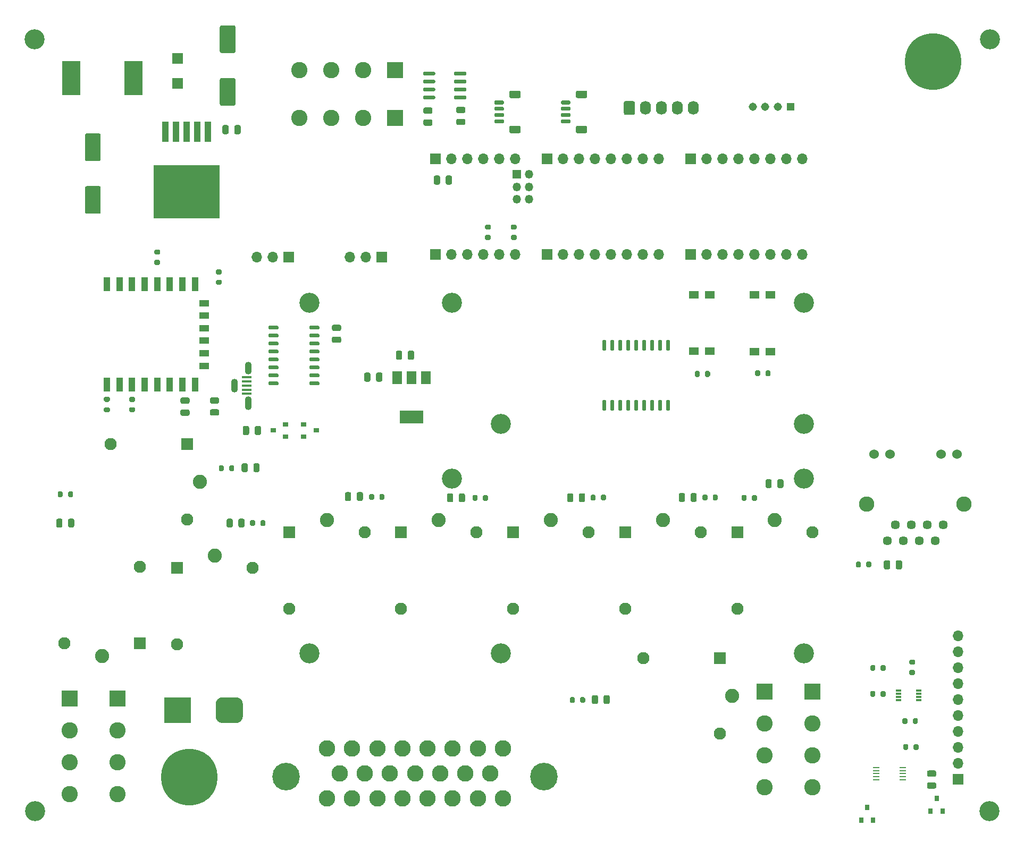
<source format=gbr>
%TF.GenerationSoftware,KiCad,Pcbnew,(5.1.10)-1*%
%TF.CreationDate,2022-12-31T06:25:54-06:00*%
%TF.ProjectId,RC11,52433131-2e6b-4696-9361-645f70636258,rev?*%
%TF.SameCoordinates,Original*%
%TF.FileFunction,Soldermask,Top*%
%TF.FilePolarity,Negative*%
%FSLAX46Y46*%
G04 Gerber Fmt 4.6, Leading zero omitted, Abs format (unit mm)*
G04 Created by KiCad (PCBNEW (5.1.10)-1) date 2022-12-31 06:25:54*
%MOMM*%
%LPD*%
G01*
G04 APERTURE LIST*
%ADD10C,2.445000*%
%ADD11C,1.530000*%
%ADD12C,1.446000*%
%ADD13C,3.200000*%
%ADD14C,2.600000*%
%ADD15R,2.600000X2.600000*%
%ADD16R,1.000000X2.200000*%
%ADD17R,1.500000X1.000000*%
%ADD18C,1.950000*%
%ADD19C,2.250000*%
%ADD20R,1.950000X1.950000*%
%ADD21O,1.100000X2.200000*%
%ADD22O,1.100000X2.000000*%
%ADD23R,1.500000X0.450000*%
%ADD24R,1.100000X0.250000*%
%ADD25O,1.740000X2.190000*%
%ADD26R,0.850000X0.300000*%
%ADD27R,0.800000X0.900000*%
%ADD28O,1.700000X1.700000*%
%ADD29R,1.700000X1.700000*%
%ADD30R,0.900000X0.800000*%
%ADD31C,9.000000*%
%ADD32R,4.300000X4.100000*%
%ADD33C,1.308000*%
%ADD34R,1.308000X1.308000*%
%ADD35R,1.500000X1.300000*%
%ADD36O,1.350000X1.350000*%
%ADD37R,1.350000X1.350000*%
%ADD38R,2.900000X5.400000*%
%ADD39R,10.530000X8.460000*%
%ADD40R,1.050000X3.210000*%
%ADD41R,1.500000X2.000000*%
%ADD42R,3.800000X2.000000*%
%ADD43R,1.800000X1.800000*%
%ADD44C,4.395000*%
%ADD45C,2.625000*%
G04 APERTURE END LIST*
%TO.C,R23*%
G36*
G01*
X27896000Y-105719200D02*
X27896000Y-106269200D01*
G75*
G02*
X27696000Y-106469200I-200000J0D01*
G01*
X27296000Y-106469200D01*
G75*
G02*
X27096000Y-106269200I0J200000D01*
G01*
X27096000Y-105719200D01*
G75*
G02*
X27296000Y-105519200I200000J0D01*
G01*
X27696000Y-105519200D01*
G75*
G02*
X27896000Y-105719200I0J-200000D01*
G01*
G37*
G36*
G01*
X29546000Y-105719200D02*
X29546000Y-106269200D01*
G75*
G02*
X29346000Y-106469200I-200000J0D01*
G01*
X28946000Y-106469200D01*
G75*
G02*
X28746000Y-106269200I0J200000D01*
G01*
X28746000Y-105719200D01*
G75*
G02*
X28946000Y-105519200I200000J0D01*
G01*
X29346000Y-105519200D01*
G75*
G02*
X29546000Y-105719200I0J-200000D01*
G01*
G37*
%TD*%
%TO.C,D13*%
G36*
G01*
X28747900Y-111047850D02*
X28747900Y-110135350D01*
G75*
G02*
X28991650Y-109891600I243750J0D01*
G01*
X29479150Y-109891600D01*
G75*
G02*
X29722900Y-110135350I0J-243750D01*
G01*
X29722900Y-111047850D01*
G75*
G02*
X29479150Y-111291600I-243750J0D01*
G01*
X28991650Y-111291600D01*
G75*
G02*
X28747900Y-111047850I0J243750D01*
G01*
G37*
G36*
G01*
X26872900Y-111047850D02*
X26872900Y-110135350D01*
G75*
G02*
X27116650Y-109891600I243750J0D01*
G01*
X27604150Y-109891600D01*
G75*
G02*
X27847900Y-110135350I0J-243750D01*
G01*
X27847900Y-111047850D01*
G75*
G02*
X27604150Y-111291600I-243750J0D01*
G01*
X27116650Y-111291600D01*
G75*
G02*
X26872900Y-111047850I0J243750D01*
G01*
G37*
%TD*%
D10*
%TO.C,J12*%
X155958000Y-107560800D03*
X171448000Y-107560800D03*
D11*
X157078000Y-99610800D03*
X159618000Y-99610800D03*
X167788000Y-99610800D03*
X170328000Y-99610800D03*
D12*
X159258000Y-113400800D03*
X160528000Y-110860800D03*
X161798000Y-113400800D03*
X163068000Y-110860800D03*
X164338000Y-113400800D03*
X165608000Y-110860800D03*
X166878000Y-113400800D03*
X168148000Y-110860800D03*
%TD*%
D13*
%TO.C,REF\u002A\u002A*%
X145887800Y-103485600D03*
X89887800Y-103485600D03*
X89887800Y-75485600D03*
X145887800Y-75485600D03*
X145887800Y-131365600D03*
X67147800Y-131365600D03*
X67147800Y-75485600D03*
X145887800Y-94785600D03*
X97627800Y-94785600D03*
X97627800Y-131365600D03*
%TD*%
D14*
%TO.C,KF3*%
X65557400Y-46000800D03*
X65557400Y-38380800D03*
X70637400Y-46000800D03*
X70637400Y-38380800D03*
X75717400Y-46000800D03*
X75717400Y-38380800D03*
D15*
X80797400Y-46000800D03*
X80797400Y-38380800D03*
%TD*%
%TO.C,J2*%
G36*
G01*
X109871599Y-47259600D02*
X111171601Y-47259600D01*
G75*
G02*
X111421600Y-47509599I0J-249999D01*
G01*
X111421600Y-48209601D01*
G75*
G02*
X111171601Y-48459600I-249999J0D01*
G01*
X109871599Y-48459600D01*
G75*
G02*
X109621600Y-48209601I0J249999D01*
G01*
X109621600Y-47509599D01*
G75*
G02*
X109871599Y-47259600I249999J0D01*
G01*
G37*
G36*
G01*
X109871599Y-41659600D02*
X111171601Y-41659600D01*
G75*
G02*
X111421600Y-41909599I0J-249999D01*
G01*
X111421600Y-42609601D01*
G75*
G02*
X111171601Y-42859600I-249999J0D01*
G01*
X109871599Y-42859600D01*
G75*
G02*
X109621600Y-42609601I0J249999D01*
G01*
X109621600Y-41909599D01*
G75*
G02*
X109871599Y-41659600I249999J0D01*
G01*
G37*
G36*
G01*
X107371600Y-46259600D02*
X108621600Y-46259600D01*
G75*
G02*
X108771600Y-46409600I0J-150000D01*
G01*
X108771600Y-46709600D01*
G75*
G02*
X108621600Y-46859600I-150000J0D01*
G01*
X107371600Y-46859600D01*
G75*
G02*
X107221600Y-46709600I0J150000D01*
G01*
X107221600Y-46409600D01*
G75*
G02*
X107371600Y-46259600I150000J0D01*
G01*
G37*
G36*
G01*
X107371600Y-45259600D02*
X108621600Y-45259600D01*
G75*
G02*
X108771600Y-45409600I0J-150000D01*
G01*
X108771600Y-45709600D01*
G75*
G02*
X108621600Y-45859600I-150000J0D01*
G01*
X107371600Y-45859600D01*
G75*
G02*
X107221600Y-45709600I0J150000D01*
G01*
X107221600Y-45409600D01*
G75*
G02*
X107371600Y-45259600I150000J0D01*
G01*
G37*
G36*
G01*
X107371600Y-44259600D02*
X108621600Y-44259600D01*
G75*
G02*
X108771600Y-44409600I0J-150000D01*
G01*
X108771600Y-44709600D01*
G75*
G02*
X108621600Y-44859600I-150000J0D01*
G01*
X107371600Y-44859600D01*
G75*
G02*
X107221600Y-44709600I0J150000D01*
G01*
X107221600Y-44409600D01*
G75*
G02*
X107371600Y-44259600I150000J0D01*
G01*
G37*
G36*
G01*
X107371600Y-43259600D02*
X108621600Y-43259600D01*
G75*
G02*
X108771600Y-43409600I0J-150000D01*
G01*
X108771600Y-43709600D01*
G75*
G02*
X108621600Y-43859600I-150000J0D01*
G01*
X107371600Y-43859600D01*
G75*
G02*
X107221600Y-43709600I0J150000D01*
G01*
X107221600Y-43409600D01*
G75*
G02*
X107371600Y-43259600I150000J0D01*
G01*
G37*
%TD*%
%TO.C,J3*%
G36*
G01*
X99269599Y-47259600D02*
X100569601Y-47259600D01*
G75*
G02*
X100819600Y-47509599I0J-249999D01*
G01*
X100819600Y-48209601D01*
G75*
G02*
X100569601Y-48459600I-249999J0D01*
G01*
X99269599Y-48459600D01*
G75*
G02*
X99019600Y-48209601I0J249999D01*
G01*
X99019600Y-47509599D01*
G75*
G02*
X99269599Y-47259600I249999J0D01*
G01*
G37*
G36*
G01*
X99269599Y-41659600D02*
X100569601Y-41659600D01*
G75*
G02*
X100819600Y-41909599I0J-249999D01*
G01*
X100819600Y-42609601D01*
G75*
G02*
X100569601Y-42859600I-249999J0D01*
G01*
X99269599Y-42859600D01*
G75*
G02*
X99019600Y-42609601I0J249999D01*
G01*
X99019600Y-41909599D01*
G75*
G02*
X99269599Y-41659600I249999J0D01*
G01*
G37*
G36*
G01*
X96769600Y-46259600D02*
X98019600Y-46259600D01*
G75*
G02*
X98169600Y-46409600I0J-150000D01*
G01*
X98169600Y-46709600D01*
G75*
G02*
X98019600Y-46859600I-150000J0D01*
G01*
X96769600Y-46859600D01*
G75*
G02*
X96619600Y-46709600I0J150000D01*
G01*
X96619600Y-46409600D01*
G75*
G02*
X96769600Y-46259600I150000J0D01*
G01*
G37*
G36*
G01*
X96769600Y-45259600D02*
X98019600Y-45259600D01*
G75*
G02*
X98169600Y-45409600I0J-150000D01*
G01*
X98169600Y-45709600D01*
G75*
G02*
X98019600Y-45859600I-150000J0D01*
G01*
X96769600Y-45859600D01*
G75*
G02*
X96619600Y-45709600I0J150000D01*
G01*
X96619600Y-45409600D01*
G75*
G02*
X96769600Y-45259600I150000J0D01*
G01*
G37*
G36*
G01*
X96769600Y-44259600D02*
X98019600Y-44259600D01*
G75*
G02*
X98169600Y-44409600I0J-150000D01*
G01*
X98169600Y-44709600D01*
G75*
G02*
X98019600Y-44859600I-150000J0D01*
G01*
X96769600Y-44859600D01*
G75*
G02*
X96619600Y-44709600I0J150000D01*
G01*
X96619600Y-44409600D01*
G75*
G02*
X96769600Y-44259600I150000J0D01*
G01*
G37*
G36*
G01*
X96769600Y-43259600D02*
X98019600Y-43259600D01*
G75*
G02*
X98169600Y-43409600I0J-150000D01*
G01*
X98169600Y-43709600D01*
G75*
G02*
X98019600Y-43859600I-150000J0D01*
G01*
X96769600Y-43859600D01*
G75*
G02*
X96619600Y-43709600I0J150000D01*
G01*
X96619600Y-43409600D01*
G75*
G02*
X96769600Y-43259600I150000J0D01*
G01*
G37*
%TD*%
%TO.C,C17*%
G36*
G01*
X85580200Y-46246200D02*
X86530200Y-46246200D01*
G75*
G02*
X86780200Y-46496200I0J-250000D01*
G01*
X86780200Y-46996200D01*
G75*
G02*
X86530200Y-47246200I-250000J0D01*
G01*
X85580200Y-47246200D01*
G75*
G02*
X85330200Y-46996200I0J250000D01*
G01*
X85330200Y-46496200D01*
G75*
G02*
X85580200Y-46246200I250000J0D01*
G01*
G37*
G36*
G01*
X85580200Y-44346200D02*
X86530200Y-44346200D01*
G75*
G02*
X86780200Y-44596200I0J-250000D01*
G01*
X86780200Y-45096200D01*
G75*
G02*
X86530200Y-45346200I-250000J0D01*
G01*
X85580200Y-45346200D01*
G75*
G02*
X85330200Y-45096200I0J250000D01*
G01*
X85330200Y-44596200D01*
G75*
G02*
X85580200Y-44346200I250000J0D01*
G01*
G37*
%TD*%
%TO.C,C16*%
G36*
G01*
X91762600Y-45244600D02*
X90812600Y-45244600D01*
G75*
G02*
X90562600Y-44994600I0J250000D01*
G01*
X90562600Y-44494600D01*
G75*
G02*
X90812600Y-44244600I250000J0D01*
G01*
X91762600Y-44244600D01*
G75*
G02*
X92012600Y-44494600I0J-250000D01*
G01*
X92012600Y-44994600D01*
G75*
G02*
X91762600Y-45244600I-250000J0D01*
G01*
G37*
G36*
G01*
X91762600Y-47144600D02*
X90812600Y-47144600D01*
G75*
G02*
X90562600Y-46894600I0J250000D01*
G01*
X90562600Y-46394600D01*
G75*
G02*
X90812600Y-46144600I250000J0D01*
G01*
X91762600Y-46144600D01*
G75*
G02*
X92012600Y-46394600I0J-250000D01*
G01*
X92012600Y-46894600D01*
G75*
G02*
X91762600Y-47144600I-250000J0D01*
G01*
G37*
%TD*%
%TO.C,U9*%
G36*
G01*
X87222200Y-42598200D02*
X87222200Y-42898200D01*
G75*
G02*
X87072200Y-43048200I-150000J0D01*
G01*
X85422200Y-43048200D01*
G75*
G02*
X85272200Y-42898200I0J150000D01*
G01*
X85272200Y-42598200D01*
G75*
G02*
X85422200Y-42448200I150000J0D01*
G01*
X87072200Y-42448200D01*
G75*
G02*
X87222200Y-42598200I0J-150000D01*
G01*
G37*
G36*
G01*
X87222200Y-41328200D02*
X87222200Y-41628200D01*
G75*
G02*
X87072200Y-41778200I-150000J0D01*
G01*
X85422200Y-41778200D01*
G75*
G02*
X85272200Y-41628200I0J150000D01*
G01*
X85272200Y-41328200D01*
G75*
G02*
X85422200Y-41178200I150000J0D01*
G01*
X87072200Y-41178200D01*
G75*
G02*
X87222200Y-41328200I0J-150000D01*
G01*
G37*
G36*
G01*
X87222200Y-40058200D02*
X87222200Y-40358200D01*
G75*
G02*
X87072200Y-40508200I-150000J0D01*
G01*
X85422200Y-40508200D01*
G75*
G02*
X85272200Y-40358200I0J150000D01*
G01*
X85272200Y-40058200D01*
G75*
G02*
X85422200Y-39908200I150000J0D01*
G01*
X87072200Y-39908200D01*
G75*
G02*
X87222200Y-40058200I0J-150000D01*
G01*
G37*
G36*
G01*
X87222200Y-38788200D02*
X87222200Y-39088200D01*
G75*
G02*
X87072200Y-39238200I-150000J0D01*
G01*
X85422200Y-39238200D01*
G75*
G02*
X85272200Y-39088200I0J150000D01*
G01*
X85272200Y-38788200D01*
G75*
G02*
X85422200Y-38638200I150000J0D01*
G01*
X87072200Y-38638200D01*
G75*
G02*
X87222200Y-38788200I0J-150000D01*
G01*
G37*
G36*
G01*
X92172200Y-38788200D02*
X92172200Y-39088200D01*
G75*
G02*
X92022200Y-39238200I-150000J0D01*
G01*
X90372200Y-39238200D01*
G75*
G02*
X90222200Y-39088200I0J150000D01*
G01*
X90222200Y-38788200D01*
G75*
G02*
X90372200Y-38638200I150000J0D01*
G01*
X92022200Y-38638200D01*
G75*
G02*
X92172200Y-38788200I0J-150000D01*
G01*
G37*
G36*
G01*
X92172200Y-40058200D02*
X92172200Y-40358200D01*
G75*
G02*
X92022200Y-40508200I-150000J0D01*
G01*
X90372200Y-40508200D01*
G75*
G02*
X90222200Y-40358200I0J150000D01*
G01*
X90222200Y-40058200D01*
G75*
G02*
X90372200Y-39908200I150000J0D01*
G01*
X92022200Y-39908200D01*
G75*
G02*
X92172200Y-40058200I0J-150000D01*
G01*
G37*
G36*
G01*
X92172200Y-41328200D02*
X92172200Y-41628200D01*
G75*
G02*
X92022200Y-41778200I-150000J0D01*
G01*
X90372200Y-41778200D01*
G75*
G02*
X90222200Y-41628200I0J150000D01*
G01*
X90222200Y-41328200D01*
G75*
G02*
X90372200Y-41178200I150000J0D01*
G01*
X92022200Y-41178200D01*
G75*
G02*
X92172200Y-41328200I0J-150000D01*
G01*
G37*
G36*
G01*
X92172200Y-42598200D02*
X92172200Y-42898200D01*
G75*
G02*
X92022200Y-43048200I-150000J0D01*
G01*
X90372200Y-43048200D01*
G75*
G02*
X90222200Y-42898200I0J150000D01*
G01*
X90222200Y-42598200D01*
G75*
G02*
X90372200Y-42448200I150000J0D01*
G01*
X92022200Y-42448200D01*
G75*
G02*
X92172200Y-42598200I0J-150000D01*
G01*
G37*
%TD*%
D16*
%TO.C,U4*%
X34944400Y-72519000D03*
X36944400Y-72519000D03*
X38944400Y-72519000D03*
X40944400Y-72519000D03*
X42944400Y-72519000D03*
X44944400Y-72519000D03*
X46944400Y-72519000D03*
X48944400Y-72519000D03*
X34944400Y-88519000D03*
X36944400Y-88519000D03*
X38944400Y-88519000D03*
X40944400Y-88519000D03*
X42944400Y-88519000D03*
X44944400Y-88519000D03*
X46944400Y-88519000D03*
X48944400Y-88519000D03*
D17*
X50444400Y-85519000D03*
X50444400Y-83519000D03*
X50444400Y-81519000D03*
X50444400Y-75519000D03*
X50444400Y-77519000D03*
X50444400Y-79519000D03*
%TD*%
D18*
%TO.C,RLY9*%
X40182800Y-117553400D03*
X28182800Y-129753400D03*
D19*
X34182800Y-131753400D03*
D20*
X40182800Y-129753400D03*
%TD*%
D21*
%TO.C,J9*%
X55279400Y-88671400D03*
X57429400Y-91471400D03*
D22*
X57429400Y-85871400D03*
D23*
X57179400Y-89971400D03*
X57179400Y-89321400D03*
X57179400Y-88671400D03*
X57179400Y-88021400D03*
X57179400Y-87371400D03*
%TD*%
D24*
%TO.C,U6*%
X161712800Y-149530600D03*
X161712800Y-150030600D03*
X161712800Y-150530600D03*
X161712800Y-151030600D03*
X161712800Y-151530600D03*
X157412800Y-151530600D03*
X157412800Y-151030600D03*
X157412800Y-150530600D03*
X157412800Y-150030600D03*
X157412800Y-149530600D03*
%TD*%
%TO.C,C11*%
G36*
G01*
X166743400Y-151020400D02*
X165793400Y-151020400D01*
G75*
G02*
X165543400Y-150770400I0J250000D01*
G01*
X165543400Y-150270400D01*
G75*
G02*
X165793400Y-150020400I250000J0D01*
G01*
X166743400Y-150020400D01*
G75*
G02*
X166993400Y-150270400I0J-250000D01*
G01*
X166993400Y-150770400D01*
G75*
G02*
X166743400Y-151020400I-250000J0D01*
G01*
G37*
G36*
G01*
X166743400Y-152920400D02*
X165793400Y-152920400D01*
G75*
G02*
X165543400Y-152670400I0J250000D01*
G01*
X165543400Y-152170400D01*
G75*
G02*
X165793400Y-151920400I250000J0D01*
G01*
X166743400Y-151920400D01*
G75*
G02*
X166993400Y-152170400I0J-250000D01*
G01*
X166993400Y-152670400D01*
G75*
G02*
X166743400Y-152920400I-250000J0D01*
G01*
G37*
%TD*%
D14*
%TO.C,KF2*%
X147321400Y-152689600D03*
X139701400Y-152689600D03*
X147321400Y-147609600D03*
X139701400Y-147609600D03*
X147321400Y-142529600D03*
X139701400Y-142529600D03*
D15*
X147321400Y-137449600D03*
X139701400Y-137449600D03*
%TD*%
D14*
%TO.C,KF1*%
X36602800Y-153832600D03*
X28982800Y-153832600D03*
X36602800Y-148752600D03*
X28982800Y-148752600D03*
X36602800Y-143672600D03*
X28982800Y-143672600D03*
D15*
X36602800Y-138592600D03*
X28982800Y-138592600D03*
%TD*%
D25*
%TO.C,J13*%
X128295400Y-44439800D03*
X125755400Y-44439800D03*
X123215400Y-44439800D03*
X120675400Y-44439800D03*
G36*
G01*
X117265400Y-45284801D02*
X117265400Y-43594799D01*
G75*
G02*
X117515399Y-43344800I249999J0D01*
G01*
X118755401Y-43344800D01*
G75*
G02*
X119005400Y-43594799I0J-249999D01*
G01*
X119005400Y-45284801D01*
G75*
G02*
X118755401Y-45534800I-249999J0D01*
G01*
X117515399Y-45534800D01*
G75*
G02*
X117265400Y-45284801I0J249999D01*
G01*
G37*
%TD*%
D26*
%TO.C,IC3*%
X161035800Y-137283800D03*
X161035800Y-137783800D03*
X161035800Y-138283800D03*
X161035800Y-138783800D03*
X164185800Y-138783800D03*
X164185800Y-138283800D03*
X164185800Y-137783800D03*
X164185800Y-137283800D03*
%TD*%
D27*
%TO.C,D12*%
X155981400Y-155931400D03*
X156931400Y-157931400D03*
X155031400Y-157931400D03*
%TD*%
%TO.C,R22*%
G36*
G01*
X157283600Y-137530200D02*
X157283600Y-138080200D01*
G75*
G02*
X157083600Y-138280200I-200000J0D01*
G01*
X156683600Y-138280200D01*
G75*
G02*
X156483600Y-138080200I0J200000D01*
G01*
X156483600Y-137530200D01*
G75*
G02*
X156683600Y-137330200I200000J0D01*
G01*
X157083600Y-137330200D01*
G75*
G02*
X157283600Y-137530200I0J-200000D01*
G01*
G37*
G36*
G01*
X158933600Y-137530200D02*
X158933600Y-138080200D01*
G75*
G02*
X158733600Y-138280200I-200000J0D01*
G01*
X158333600Y-138280200D01*
G75*
G02*
X158133600Y-138080200I0J200000D01*
G01*
X158133600Y-137530200D01*
G75*
G02*
X158333600Y-137330200I200000J0D01*
G01*
X158733600Y-137330200D01*
G75*
G02*
X158933600Y-137530200I0J-200000D01*
G01*
G37*
%TD*%
%TO.C,R21*%
G36*
G01*
X157309000Y-133390000D02*
X157309000Y-133940000D01*
G75*
G02*
X157109000Y-134140000I-200000J0D01*
G01*
X156709000Y-134140000D01*
G75*
G02*
X156509000Y-133940000I0J200000D01*
G01*
X156509000Y-133390000D01*
G75*
G02*
X156709000Y-133190000I200000J0D01*
G01*
X157109000Y-133190000D01*
G75*
G02*
X157309000Y-133390000I0J-200000D01*
G01*
G37*
G36*
G01*
X158959000Y-133390000D02*
X158959000Y-133940000D01*
G75*
G02*
X158759000Y-134140000I-200000J0D01*
G01*
X158359000Y-134140000D01*
G75*
G02*
X158159000Y-133940000I0J200000D01*
G01*
X158159000Y-133390000D01*
G75*
G02*
X158359000Y-133190000I200000J0D01*
G01*
X158759000Y-133190000D01*
G75*
G02*
X158959000Y-133390000I0J-200000D01*
G01*
G37*
%TD*%
%TO.C,R20*%
G36*
G01*
X162894600Y-134013800D02*
X163444600Y-134013800D01*
G75*
G02*
X163644600Y-134213800I0J-200000D01*
G01*
X163644600Y-134613800D01*
G75*
G02*
X163444600Y-134813800I-200000J0D01*
G01*
X162894600Y-134813800D01*
G75*
G02*
X162694600Y-134613800I0J200000D01*
G01*
X162694600Y-134213800D01*
G75*
G02*
X162894600Y-134013800I200000J0D01*
G01*
G37*
G36*
G01*
X162894600Y-132363800D02*
X163444600Y-132363800D01*
G75*
G02*
X163644600Y-132563800I0J-200000D01*
G01*
X163644600Y-132963800D01*
G75*
G02*
X163444600Y-133163800I-200000J0D01*
G01*
X162894600Y-133163800D01*
G75*
G02*
X162694600Y-132963800I0J200000D01*
G01*
X162694600Y-132563800D01*
G75*
G02*
X162894600Y-132363800I200000J0D01*
G01*
G37*
%TD*%
%TO.C,R19*%
G36*
G01*
X163264400Y-142423600D02*
X163264400Y-141873600D01*
G75*
G02*
X163464400Y-141673600I200000J0D01*
G01*
X163864400Y-141673600D01*
G75*
G02*
X164064400Y-141873600I0J-200000D01*
G01*
X164064400Y-142423600D01*
G75*
G02*
X163864400Y-142623600I-200000J0D01*
G01*
X163464400Y-142623600D01*
G75*
G02*
X163264400Y-142423600I0J200000D01*
G01*
G37*
G36*
G01*
X161614400Y-142423600D02*
X161614400Y-141873600D01*
G75*
G02*
X161814400Y-141673600I200000J0D01*
G01*
X162214400Y-141673600D01*
G75*
G02*
X162414400Y-141873600I0J-200000D01*
G01*
X162414400Y-142423600D01*
G75*
G02*
X162214400Y-142623600I-200000J0D01*
G01*
X161814400Y-142623600D01*
G75*
G02*
X161614400Y-142423600I0J200000D01*
G01*
G37*
%TD*%
%TO.C,R18*%
G36*
G01*
X163391400Y-146563800D02*
X163391400Y-146013800D01*
G75*
G02*
X163591400Y-145813800I200000J0D01*
G01*
X163991400Y-145813800D01*
G75*
G02*
X164191400Y-146013800I0J-200000D01*
G01*
X164191400Y-146563800D01*
G75*
G02*
X163991400Y-146763800I-200000J0D01*
G01*
X163591400Y-146763800D01*
G75*
G02*
X163391400Y-146563800I0J200000D01*
G01*
G37*
G36*
G01*
X161741400Y-146563800D02*
X161741400Y-146013800D01*
G75*
G02*
X161941400Y-145813800I200000J0D01*
G01*
X162341400Y-145813800D01*
G75*
G02*
X162541400Y-146013800I0J-200000D01*
G01*
X162541400Y-146563800D01*
G75*
G02*
X162341400Y-146763800I-200000J0D01*
G01*
X161941400Y-146763800D01*
G75*
G02*
X161741400Y-146563800I0J200000D01*
G01*
G37*
%TD*%
D28*
%TO.C,J19*%
X170510200Y-128534200D03*
X170510200Y-131074200D03*
X170510200Y-133614200D03*
X170510200Y-136154200D03*
X170510200Y-138694200D03*
X170510200Y-141234200D03*
X170510200Y-143774200D03*
X170510200Y-146314200D03*
X170510200Y-148854200D03*
D29*
X170510200Y-151394200D03*
%TD*%
D27*
%TO.C,D11*%
X167055800Y-154509000D03*
X168005800Y-156509000D03*
X166105800Y-156509000D03*
%TD*%
D28*
%TO.C,J18*%
X58801000Y-68158400D03*
X61341000Y-68158400D03*
D29*
X63881000Y-68158400D03*
%TD*%
D28*
%TO.C,J10*%
X73609200Y-68158400D03*
X76149200Y-68158400D03*
D29*
X78689200Y-68158400D03*
%TD*%
%TO.C,U8*%
G36*
G01*
X67159000Y-79575800D02*
X67159000Y-79275800D01*
G75*
G02*
X67309000Y-79125800I150000J0D01*
G01*
X68609000Y-79125800D01*
G75*
G02*
X68759000Y-79275800I0J-150000D01*
G01*
X68759000Y-79575800D01*
G75*
G02*
X68609000Y-79725800I-150000J0D01*
G01*
X67309000Y-79725800D01*
G75*
G02*
X67159000Y-79575800I0J150000D01*
G01*
G37*
G36*
G01*
X67159000Y-80845800D02*
X67159000Y-80545800D01*
G75*
G02*
X67309000Y-80395800I150000J0D01*
G01*
X68609000Y-80395800D01*
G75*
G02*
X68759000Y-80545800I0J-150000D01*
G01*
X68759000Y-80845800D01*
G75*
G02*
X68609000Y-80995800I-150000J0D01*
G01*
X67309000Y-80995800D01*
G75*
G02*
X67159000Y-80845800I0J150000D01*
G01*
G37*
G36*
G01*
X67159000Y-82115800D02*
X67159000Y-81815800D01*
G75*
G02*
X67309000Y-81665800I150000J0D01*
G01*
X68609000Y-81665800D01*
G75*
G02*
X68759000Y-81815800I0J-150000D01*
G01*
X68759000Y-82115800D01*
G75*
G02*
X68609000Y-82265800I-150000J0D01*
G01*
X67309000Y-82265800D01*
G75*
G02*
X67159000Y-82115800I0J150000D01*
G01*
G37*
G36*
G01*
X67159000Y-83385800D02*
X67159000Y-83085800D01*
G75*
G02*
X67309000Y-82935800I150000J0D01*
G01*
X68609000Y-82935800D01*
G75*
G02*
X68759000Y-83085800I0J-150000D01*
G01*
X68759000Y-83385800D01*
G75*
G02*
X68609000Y-83535800I-150000J0D01*
G01*
X67309000Y-83535800D01*
G75*
G02*
X67159000Y-83385800I0J150000D01*
G01*
G37*
G36*
G01*
X67159000Y-84655800D02*
X67159000Y-84355800D01*
G75*
G02*
X67309000Y-84205800I150000J0D01*
G01*
X68609000Y-84205800D01*
G75*
G02*
X68759000Y-84355800I0J-150000D01*
G01*
X68759000Y-84655800D01*
G75*
G02*
X68609000Y-84805800I-150000J0D01*
G01*
X67309000Y-84805800D01*
G75*
G02*
X67159000Y-84655800I0J150000D01*
G01*
G37*
G36*
G01*
X67159000Y-85925800D02*
X67159000Y-85625800D01*
G75*
G02*
X67309000Y-85475800I150000J0D01*
G01*
X68609000Y-85475800D01*
G75*
G02*
X68759000Y-85625800I0J-150000D01*
G01*
X68759000Y-85925800D01*
G75*
G02*
X68609000Y-86075800I-150000J0D01*
G01*
X67309000Y-86075800D01*
G75*
G02*
X67159000Y-85925800I0J150000D01*
G01*
G37*
G36*
G01*
X67159000Y-87195800D02*
X67159000Y-86895800D01*
G75*
G02*
X67309000Y-86745800I150000J0D01*
G01*
X68609000Y-86745800D01*
G75*
G02*
X68759000Y-86895800I0J-150000D01*
G01*
X68759000Y-87195800D01*
G75*
G02*
X68609000Y-87345800I-150000J0D01*
G01*
X67309000Y-87345800D01*
G75*
G02*
X67159000Y-87195800I0J150000D01*
G01*
G37*
G36*
G01*
X67159000Y-88465800D02*
X67159000Y-88165800D01*
G75*
G02*
X67309000Y-88015800I150000J0D01*
G01*
X68609000Y-88015800D01*
G75*
G02*
X68759000Y-88165800I0J-150000D01*
G01*
X68759000Y-88465800D01*
G75*
G02*
X68609000Y-88615800I-150000J0D01*
G01*
X67309000Y-88615800D01*
G75*
G02*
X67159000Y-88465800I0J150000D01*
G01*
G37*
G36*
G01*
X60659000Y-88465800D02*
X60659000Y-88165800D01*
G75*
G02*
X60809000Y-88015800I150000J0D01*
G01*
X62109000Y-88015800D01*
G75*
G02*
X62259000Y-88165800I0J-150000D01*
G01*
X62259000Y-88465800D01*
G75*
G02*
X62109000Y-88615800I-150000J0D01*
G01*
X60809000Y-88615800D01*
G75*
G02*
X60659000Y-88465800I0J150000D01*
G01*
G37*
G36*
G01*
X60659000Y-87195800D02*
X60659000Y-86895800D01*
G75*
G02*
X60809000Y-86745800I150000J0D01*
G01*
X62109000Y-86745800D01*
G75*
G02*
X62259000Y-86895800I0J-150000D01*
G01*
X62259000Y-87195800D01*
G75*
G02*
X62109000Y-87345800I-150000J0D01*
G01*
X60809000Y-87345800D01*
G75*
G02*
X60659000Y-87195800I0J150000D01*
G01*
G37*
G36*
G01*
X60659000Y-85925800D02*
X60659000Y-85625800D01*
G75*
G02*
X60809000Y-85475800I150000J0D01*
G01*
X62109000Y-85475800D01*
G75*
G02*
X62259000Y-85625800I0J-150000D01*
G01*
X62259000Y-85925800D01*
G75*
G02*
X62109000Y-86075800I-150000J0D01*
G01*
X60809000Y-86075800D01*
G75*
G02*
X60659000Y-85925800I0J150000D01*
G01*
G37*
G36*
G01*
X60659000Y-84655800D02*
X60659000Y-84355800D01*
G75*
G02*
X60809000Y-84205800I150000J0D01*
G01*
X62109000Y-84205800D01*
G75*
G02*
X62259000Y-84355800I0J-150000D01*
G01*
X62259000Y-84655800D01*
G75*
G02*
X62109000Y-84805800I-150000J0D01*
G01*
X60809000Y-84805800D01*
G75*
G02*
X60659000Y-84655800I0J150000D01*
G01*
G37*
G36*
G01*
X60659000Y-83385800D02*
X60659000Y-83085800D01*
G75*
G02*
X60809000Y-82935800I150000J0D01*
G01*
X62109000Y-82935800D01*
G75*
G02*
X62259000Y-83085800I0J-150000D01*
G01*
X62259000Y-83385800D01*
G75*
G02*
X62109000Y-83535800I-150000J0D01*
G01*
X60809000Y-83535800D01*
G75*
G02*
X60659000Y-83385800I0J150000D01*
G01*
G37*
G36*
G01*
X60659000Y-82115800D02*
X60659000Y-81815800D01*
G75*
G02*
X60809000Y-81665800I150000J0D01*
G01*
X62109000Y-81665800D01*
G75*
G02*
X62259000Y-81815800I0J-150000D01*
G01*
X62259000Y-82115800D01*
G75*
G02*
X62109000Y-82265800I-150000J0D01*
G01*
X60809000Y-82265800D01*
G75*
G02*
X60659000Y-82115800I0J150000D01*
G01*
G37*
G36*
G01*
X60659000Y-80845800D02*
X60659000Y-80545800D01*
G75*
G02*
X60809000Y-80395800I150000J0D01*
G01*
X62109000Y-80395800D01*
G75*
G02*
X62259000Y-80545800I0J-150000D01*
G01*
X62259000Y-80845800D01*
G75*
G02*
X62109000Y-80995800I-150000J0D01*
G01*
X60809000Y-80995800D01*
G75*
G02*
X60659000Y-80845800I0J150000D01*
G01*
G37*
G36*
G01*
X60659000Y-79575800D02*
X60659000Y-79275800D01*
G75*
G02*
X60809000Y-79125800I150000J0D01*
G01*
X62109000Y-79125800D01*
G75*
G02*
X62259000Y-79275800I0J-150000D01*
G01*
X62259000Y-79575800D01*
G75*
G02*
X62109000Y-79725800I-150000J0D01*
G01*
X60809000Y-79725800D01*
G75*
G02*
X60659000Y-79575800I0J150000D01*
G01*
G37*
%TD*%
%TO.C,R17*%
G36*
G01*
X53030800Y-70962200D02*
X52480800Y-70962200D01*
G75*
G02*
X52280800Y-70762200I0J200000D01*
G01*
X52280800Y-70362200D01*
G75*
G02*
X52480800Y-70162200I200000J0D01*
G01*
X53030800Y-70162200D01*
G75*
G02*
X53230800Y-70362200I0J-200000D01*
G01*
X53230800Y-70762200D01*
G75*
G02*
X53030800Y-70962200I-200000J0D01*
G01*
G37*
G36*
G01*
X53030800Y-72612200D02*
X52480800Y-72612200D01*
G75*
G02*
X52280800Y-72412200I0J200000D01*
G01*
X52280800Y-72012200D01*
G75*
G02*
X52480800Y-71812200I200000J0D01*
G01*
X53030800Y-71812200D01*
G75*
G02*
X53230800Y-72012200I0J-200000D01*
G01*
X53230800Y-72412200D01*
G75*
G02*
X53030800Y-72612200I-200000J0D01*
G01*
G37*
%TD*%
%TO.C,R16*%
G36*
G01*
X42676400Y-68649400D02*
X43226400Y-68649400D01*
G75*
G02*
X43426400Y-68849400I0J-200000D01*
G01*
X43426400Y-69249400D01*
G75*
G02*
X43226400Y-69449400I-200000J0D01*
G01*
X42676400Y-69449400D01*
G75*
G02*
X42476400Y-69249400I0J200000D01*
G01*
X42476400Y-68849400D01*
G75*
G02*
X42676400Y-68649400I200000J0D01*
G01*
G37*
G36*
G01*
X42676400Y-66999400D02*
X43226400Y-66999400D01*
G75*
G02*
X43426400Y-67199400I0J-200000D01*
G01*
X43426400Y-67599400D01*
G75*
G02*
X43226400Y-67799400I-200000J0D01*
G01*
X42676400Y-67799400D01*
G75*
G02*
X42476400Y-67599400I0J200000D01*
G01*
X42476400Y-67199400D01*
G75*
G02*
X42676400Y-66999400I200000J0D01*
G01*
G37*
%TD*%
%TO.C,R15*%
G36*
G01*
X38663200Y-92119000D02*
X39213200Y-92119000D01*
G75*
G02*
X39413200Y-92319000I0J-200000D01*
G01*
X39413200Y-92719000D01*
G75*
G02*
X39213200Y-92919000I-200000J0D01*
G01*
X38663200Y-92919000D01*
G75*
G02*
X38463200Y-92719000I0J200000D01*
G01*
X38463200Y-92319000D01*
G75*
G02*
X38663200Y-92119000I200000J0D01*
G01*
G37*
G36*
G01*
X38663200Y-90469000D02*
X39213200Y-90469000D01*
G75*
G02*
X39413200Y-90669000I0J-200000D01*
G01*
X39413200Y-91069000D01*
G75*
G02*
X39213200Y-91269000I-200000J0D01*
G01*
X38663200Y-91269000D01*
G75*
G02*
X38463200Y-91069000I0J200000D01*
G01*
X38463200Y-90669000D01*
G75*
G02*
X38663200Y-90469000I200000J0D01*
G01*
G37*
%TD*%
%TO.C,R14*%
G36*
G01*
X34650000Y-92119000D02*
X35200000Y-92119000D01*
G75*
G02*
X35400000Y-92319000I0J-200000D01*
G01*
X35400000Y-92719000D01*
G75*
G02*
X35200000Y-92919000I-200000J0D01*
G01*
X34650000Y-92919000D01*
G75*
G02*
X34450000Y-92719000I0J200000D01*
G01*
X34450000Y-92319000D01*
G75*
G02*
X34650000Y-92119000I200000J0D01*
G01*
G37*
G36*
G01*
X34650000Y-90469000D02*
X35200000Y-90469000D01*
G75*
G02*
X35400000Y-90669000I0J-200000D01*
G01*
X35400000Y-91069000D01*
G75*
G02*
X35200000Y-91269000I-200000J0D01*
G01*
X34650000Y-91269000D01*
G75*
G02*
X34450000Y-91069000I0J200000D01*
G01*
X34450000Y-90669000D01*
G75*
G02*
X34650000Y-90469000I200000J0D01*
G01*
G37*
%TD*%
D30*
%TO.C,Q2*%
X68274400Y-95834200D03*
X66274400Y-96784200D03*
X66274400Y-94884200D03*
%TD*%
%TO.C,Q1*%
X61397600Y-95834200D03*
X63397600Y-94884200D03*
X63397600Y-96784200D03*
%TD*%
%TO.C,C31*%
G36*
G01*
X57578800Y-95359200D02*
X57578800Y-96309200D01*
G75*
G02*
X57328800Y-96559200I-250000J0D01*
G01*
X56828800Y-96559200D01*
G75*
G02*
X56578800Y-96309200I0J250000D01*
G01*
X56578800Y-95359200D01*
G75*
G02*
X56828800Y-95109200I250000J0D01*
G01*
X57328800Y-95109200D01*
G75*
G02*
X57578800Y-95359200I0J-250000D01*
G01*
G37*
G36*
G01*
X59478800Y-95359200D02*
X59478800Y-96309200D01*
G75*
G02*
X59228800Y-96559200I-250000J0D01*
G01*
X58728800Y-96559200D01*
G75*
G02*
X58478800Y-96309200I0J250000D01*
G01*
X58478800Y-95359200D01*
G75*
G02*
X58728800Y-95109200I250000J0D01*
G01*
X59228800Y-95109200D01*
G75*
G02*
X59478800Y-95359200I0J-250000D01*
G01*
G37*
%TD*%
%TO.C,C30*%
G36*
G01*
X71026000Y-80866400D02*
X71976000Y-80866400D01*
G75*
G02*
X72226000Y-81116400I0J-250000D01*
G01*
X72226000Y-81616400D01*
G75*
G02*
X71976000Y-81866400I-250000J0D01*
G01*
X71026000Y-81866400D01*
G75*
G02*
X70776000Y-81616400I0J250000D01*
G01*
X70776000Y-81116400D01*
G75*
G02*
X71026000Y-80866400I250000J0D01*
G01*
G37*
G36*
G01*
X71026000Y-78966400D02*
X71976000Y-78966400D01*
G75*
G02*
X72226000Y-79216400I0J-250000D01*
G01*
X72226000Y-79716400D01*
G75*
G02*
X71976000Y-79966400I-250000J0D01*
G01*
X71026000Y-79966400D01*
G75*
G02*
X70776000Y-79716400I0J250000D01*
G01*
X70776000Y-79216400D01*
G75*
G02*
X71026000Y-78966400I250000J0D01*
G01*
G37*
%TD*%
%TO.C,C9*%
G36*
G01*
X46896000Y-92474200D02*
X47846000Y-92474200D01*
G75*
G02*
X48096000Y-92724200I0J-250000D01*
G01*
X48096000Y-93224200D01*
G75*
G02*
X47846000Y-93474200I-250000J0D01*
G01*
X46896000Y-93474200D01*
G75*
G02*
X46646000Y-93224200I0J250000D01*
G01*
X46646000Y-92724200D01*
G75*
G02*
X46896000Y-92474200I250000J0D01*
G01*
G37*
G36*
G01*
X46896000Y-90574200D02*
X47846000Y-90574200D01*
G75*
G02*
X48096000Y-90824200I0J-250000D01*
G01*
X48096000Y-91324200D01*
G75*
G02*
X47846000Y-91574200I-250000J0D01*
G01*
X46896000Y-91574200D01*
G75*
G02*
X46646000Y-91324200I0J250000D01*
G01*
X46646000Y-90824200D01*
G75*
G02*
X46896000Y-90574200I250000J0D01*
G01*
G37*
%TD*%
%TO.C,C7*%
G36*
G01*
X51595000Y-92448800D02*
X52545000Y-92448800D01*
G75*
G02*
X52795000Y-92698800I0J-250000D01*
G01*
X52795000Y-93198800D01*
G75*
G02*
X52545000Y-93448800I-250000J0D01*
G01*
X51595000Y-93448800D01*
G75*
G02*
X51345000Y-93198800I0J250000D01*
G01*
X51345000Y-92698800D01*
G75*
G02*
X51595000Y-92448800I250000J0D01*
G01*
G37*
G36*
G01*
X51595000Y-90548800D02*
X52545000Y-90548800D01*
G75*
G02*
X52795000Y-90798800I0J-250000D01*
G01*
X52795000Y-91298800D01*
G75*
G02*
X52545000Y-91548800I-250000J0D01*
G01*
X51595000Y-91548800D01*
G75*
G02*
X51345000Y-91298800I0J250000D01*
G01*
X51345000Y-90798800D01*
G75*
G02*
X51595000Y-90548800I250000J0D01*
G01*
G37*
%TD*%
%TO.C,C2*%
G36*
G01*
X76908200Y-86850200D02*
X76908200Y-87800200D01*
G75*
G02*
X76658200Y-88050200I-250000J0D01*
G01*
X76158200Y-88050200D01*
G75*
G02*
X75908200Y-87800200I0J250000D01*
G01*
X75908200Y-86850200D01*
G75*
G02*
X76158200Y-86600200I250000J0D01*
G01*
X76658200Y-86600200D01*
G75*
G02*
X76908200Y-86850200I0J-250000D01*
G01*
G37*
G36*
G01*
X78808200Y-86850200D02*
X78808200Y-87800200D01*
G75*
G02*
X78558200Y-88050200I-250000J0D01*
G01*
X78058200Y-88050200D01*
G75*
G02*
X77808200Y-87800200I0J250000D01*
G01*
X77808200Y-86850200D01*
G75*
G02*
X78058200Y-86600200I250000J0D01*
G01*
X78558200Y-86600200D01*
G75*
G02*
X78808200Y-86850200I0J-250000D01*
G01*
G37*
%TD*%
%TO.C,R13*%
G36*
G01*
X95330600Y-64661600D02*
X95880600Y-64661600D01*
G75*
G02*
X96080600Y-64861600I0J-200000D01*
G01*
X96080600Y-65261600D01*
G75*
G02*
X95880600Y-65461600I-200000J0D01*
G01*
X95330600Y-65461600D01*
G75*
G02*
X95130600Y-65261600I0J200000D01*
G01*
X95130600Y-64861600D01*
G75*
G02*
X95330600Y-64661600I200000J0D01*
G01*
G37*
G36*
G01*
X95330600Y-63011600D02*
X95880600Y-63011600D01*
G75*
G02*
X96080600Y-63211600I0J-200000D01*
G01*
X96080600Y-63611600D01*
G75*
G02*
X95880600Y-63811600I-200000J0D01*
G01*
X95330600Y-63811600D01*
G75*
G02*
X95130600Y-63611600I0J200000D01*
G01*
X95130600Y-63211600D01*
G75*
G02*
X95330600Y-63011600I200000J0D01*
G01*
G37*
%TD*%
%TO.C,R12*%
G36*
G01*
X99445400Y-64661600D02*
X99995400Y-64661600D01*
G75*
G02*
X100195400Y-64861600I0J-200000D01*
G01*
X100195400Y-65261600D01*
G75*
G02*
X99995400Y-65461600I-200000J0D01*
G01*
X99445400Y-65461600D01*
G75*
G02*
X99245400Y-65261600I0J200000D01*
G01*
X99245400Y-64861600D01*
G75*
G02*
X99445400Y-64661600I200000J0D01*
G01*
G37*
G36*
G01*
X99445400Y-63011600D02*
X99995400Y-63011600D01*
G75*
G02*
X100195400Y-63211600I0J-200000D01*
G01*
X100195400Y-63611600D01*
G75*
G02*
X99995400Y-63811600I-200000J0D01*
G01*
X99445400Y-63811600D01*
G75*
G02*
X99245400Y-63611600I0J200000D01*
G01*
X99245400Y-63211600D01*
G75*
G02*
X99445400Y-63011600I200000J0D01*
G01*
G37*
%TD*%
%TO.C,R11*%
G36*
G01*
X155012800Y-116920600D02*
X155012800Y-117470600D01*
G75*
G02*
X154812800Y-117670600I-200000J0D01*
G01*
X154412800Y-117670600D01*
G75*
G02*
X154212800Y-117470600I0J200000D01*
G01*
X154212800Y-116920600D01*
G75*
G02*
X154412800Y-116720600I200000J0D01*
G01*
X154812800Y-116720600D01*
G75*
G02*
X155012800Y-116920600I0J-200000D01*
G01*
G37*
G36*
G01*
X156662800Y-116920600D02*
X156662800Y-117470600D01*
G75*
G02*
X156462800Y-117670600I-200000J0D01*
G01*
X156062800Y-117670600D01*
G75*
G02*
X155862800Y-117470600I0J200000D01*
G01*
X155862800Y-116920600D01*
G75*
G02*
X156062800Y-116720600I200000J0D01*
G01*
X156462800Y-116720600D01*
G75*
G02*
X156662800Y-116920600I0J-200000D01*
G01*
G37*
%TD*%
%TO.C,R2*%
G36*
G01*
X139812600Y-87000800D02*
X139812600Y-86450800D01*
G75*
G02*
X140012600Y-86250800I200000J0D01*
G01*
X140412600Y-86250800D01*
G75*
G02*
X140612600Y-86450800I0J-200000D01*
G01*
X140612600Y-87000800D01*
G75*
G02*
X140412600Y-87200800I-200000J0D01*
G01*
X140012600Y-87200800D01*
G75*
G02*
X139812600Y-87000800I0J200000D01*
G01*
G37*
G36*
G01*
X138162600Y-87000800D02*
X138162600Y-86450800D01*
G75*
G02*
X138362600Y-86250800I200000J0D01*
G01*
X138762600Y-86250800D01*
G75*
G02*
X138962600Y-86450800I0J-200000D01*
G01*
X138962600Y-87000800D01*
G75*
G02*
X138762600Y-87200800I-200000J0D01*
G01*
X138362600Y-87200800D01*
G75*
G02*
X138162600Y-87000800I0J200000D01*
G01*
G37*
%TD*%
%TO.C,R1*%
G36*
G01*
X130186000Y-87102400D02*
X130186000Y-86552400D01*
G75*
G02*
X130386000Y-86352400I200000J0D01*
G01*
X130786000Y-86352400D01*
G75*
G02*
X130986000Y-86552400I0J-200000D01*
G01*
X130986000Y-87102400D01*
G75*
G02*
X130786000Y-87302400I-200000J0D01*
G01*
X130386000Y-87302400D01*
G75*
G02*
X130186000Y-87102400I0J200000D01*
G01*
G37*
G36*
G01*
X128536000Y-87102400D02*
X128536000Y-86552400D01*
G75*
G02*
X128736000Y-86352400I200000J0D01*
G01*
X129136000Y-86352400D01*
G75*
G02*
X129336000Y-86552400I0J-200000D01*
G01*
X129336000Y-87102400D01*
G75*
G02*
X129136000Y-87302400I-200000J0D01*
G01*
X128736000Y-87302400D01*
G75*
G02*
X128536000Y-87102400I0J200000D01*
G01*
G37*
%TD*%
%TO.C,R10*%
G36*
G01*
X110292200Y-139070800D02*
X110292200Y-138520800D01*
G75*
G02*
X110492200Y-138320800I200000J0D01*
G01*
X110892200Y-138320800D01*
G75*
G02*
X111092200Y-138520800I0J-200000D01*
G01*
X111092200Y-139070800D01*
G75*
G02*
X110892200Y-139270800I-200000J0D01*
G01*
X110492200Y-139270800D01*
G75*
G02*
X110292200Y-139070800I0J200000D01*
G01*
G37*
G36*
G01*
X108642200Y-139070800D02*
X108642200Y-138520800D01*
G75*
G02*
X108842200Y-138320800I200000J0D01*
G01*
X109242200Y-138320800D01*
G75*
G02*
X109442200Y-138520800I0J-200000D01*
G01*
X109442200Y-139070800D01*
G75*
G02*
X109242200Y-139270800I-200000J0D01*
G01*
X108842200Y-139270800D01*
G75*
G02*
X108642200Y-139070800I0J200000D01*
G01*
G37*
%TD*%
%TO.C,R9*%
G36*
G01*
X137661200Y-106843800D02*
X137661200Y-106293800D01*
G75*
G02*
X137861200Y-106093800I200000J0D01*
G01*
X138261200Y-106093800D01*
G75*
G02*
X138461200Y-106293800I0J-200000D01*
G01*
X138461200Y-106843800D01*
G75*
G02*
X138261200Y-107043800I-200000J0D01*
G01*
X137861200Y-107043800D01*
G75*
G02*
X137661200Y-106843800I0J200000D01*
G01*
G37*
G36*
G01*
X136011200Y-106843800D02*
X136011200Y-106293800D01*
G75*
G02*
X136211200Y-106093800I200000J0D01*
G01*
X136611200Y-106093800D01*
G75*
G02*
X136811200Y-106293800I0J-200000D01*
G01*
X136811200Y-106843800D01*
G75*
G02*
X136611200Y-107043800I-200000J0D01*
G01*
X136211200Y-107043800D01*
G75*
G02*
X136011200Y-106843800I0J200000D01*
G01*
G37*
%TD*%
%TO.C,R8*%
G36*
G01*
X130562800Y-106237400D02*
X130562800Y-106787400D01*
G75*
G02*
X130362800Y-106987400I-200000J0D01*
G01*
X129962800Y-106987400D01*
G75*
G02*
X129762800Y-106787400I0J200000D01*
G01*
X129762800Y-106237400D01*
G75*
G02*
X129962800Y-106037400I200000J0D01*
G01*
X130362800Y-106037400D01*
G75*
G02*
X130562800Y-106237400I0J-200000D01*
G01*
G37*
G36*
G01*
X132212800Y-106237400D02*
X132212800Y-106787400D01*
G75*
G02*
X132012800Y-106987400I-200000J0D01*
G01*
X131612800Y-106987400D01*
G75*
G02*
X131412800Y-106787400I0J200000D01*
G01*
X131412800Y-106237400D01*
G75*
G02*
X131612800Y-106037400I200000J0D01*
G01*
X132012800Y-106037400D01*
G75*
G02*
X132212800Y-106237400I0J-200000D01*
G01*
G37*
%TD*%
%TO.C,R7*%
G36*
G01*
X112757400Y-106262800D02*
X112757400Y-106812800D01*
G75*
G02*
X112557400Y-107012800I-200000J0D01*
G01*
X112157400Y-107012800D01*
G75*
G02*
X111957400Y-106812800I0J200000D01*
G01*
X111957400Y-106262800D01*
G75*
G02*
X112157400Y-106062800I200000J0D01*
G01*
X112557400Y-106062800D01*
G75*
G02*
X112757400Y-106262800I0J-200000D01*
G01*
G37*
G36*
G01*
X114407400Y-106262800D02*
X114407400Y-106812800D01*
G75*
G02*
X114207400Y-107012800I-200000J0D01*
G01*
X113807400Y-107012800D01*
G75*
G02*
X113607400Y-106812800I0J200000D01*
G01*
X113607400Y-106262800D01*
G75*
G02*
X113807400Y-106062800I200000J0D01*
G01*
X114207400Y-106062800D01*
G75*
G02*
X114407400Y-106262800I0J-200000D01*
G01*
G37*
%TD*%
%TO.C,R6*%
G36*
G01*
X93961400Y-106288200D02*
X93961400Y-106838200D01*
G75*
G02*
X93761400Y-107038200I-200000J0D01*
G01*
X93361400Y-107038200D01*
G75*
G02*
X93161400Y-106838200I0J200000D01*
G01*
X93161400Y-106288200D01*
G75*
G02*
X93361400Y-106088200I200000J0D01*
G01*
X93761400Y-106088200D01*
G75*
G02*
X93961400Y-106288200I0J-200000D01*
G01*
G37*
G36*
G01*
X95611400Y-106288200D02*
X95611400Y-106838200D01*
G75*
G02*
X95411400Y-107038200I-200000J0D01*
G01*
X95011400Y-107038200D01*
G75*
G02*
X94811400Y-106838200I0J200000D01*
G01*
X94811400Y-106288200D01*
G75*
G02*
X95011400Y-106088200I200000J0D01*
G01*
X95411400Y-106088200D01*
G75*
G02*
X95611400Y-106288200I0J-200000D01*
G01*
G37*
%TD*%
%TO.C,R5*%
G36*
G01*
X77476800Y-106135800D02*
X77476800Y-106685800D01*
G75*
G02*
X77276800Y-106885800I-200000J0D01*
G01*
X76876800Y-106885800D01*
G75*
G02*
X76676800Y-106685800I0J200000D01*
G01*
X76676800Y-106135800D01*
G75*
G02*
X76876800Y-105935800I200000J0D01*
G01*
X77276800Y-105935800D01*
G75*
G02*
X77476800Y-106135800I0J-200000D01*
G01*
G37*
G36*
G01*
X79126800Y-106135800D02*
X79126800Y-106685800D01*
G75*
G02*
X78926800Y-106885800I-200000J0D01*
G01*
X78526800Y-106885800D01*
G75*
G02*
X78326800Y-106685800I0J200000D01*
G01*
X78326800Y-106135800D01*
G75*
G02*
X78526800Y-105935800I200000J0D01*
G01*
X78926800Y-105935800D01*
G75*
G02*
X79126800Y-106135800I0J-200000D01*
G01*
G37*
%TD*%
%TO.C,R4*%
G36*
G01*
X58528400Y-110301400D02*
X58528400Y-110851400D01*
G75*
G02*
X58328400Y-111051400I-200000J0D01*
G01*
X57928400Y-111051400D01*
G75*
G02*
X57728400Y-110851400I0J200000D01*
G01*
X57728400Y-110301400D01*
G75*
G02*
X57928400Y-110101400I200000J0D01*
G01*
X58328400Y-110101400D01*
G75*
G02*
X58528400Y-110301400I0J-200000D01*
G01*
G37*
G36*
G01*
X60178400Y-110301400D02*
X60178400Y-110851400D01*
G75*
G02*
X59978400Y-111051400I-200000J0D01*
G01*
X59578400Y-111051400D01*
G75*
G02*
X59378400Y-110851400I0J200000D01*
G01*
X59378400Y-110301400D01*
G75*
G02*
X59578400Y-110101400I200000J0D01*
G01*
X59978400Y-110101400D01*
G75*
G02*
X60178400Y-110301400I0J-200000D01*
G01*
G37*
%TD*%
%TO.C,R3*%
G36*
G01*
X54400000Y-102139200D02*
X54400000Y-101589200D01*
G75*
G02*
X54600000Y-101389200I200000J0D01*
G01*
X55000000Y-101389200D01*
G75*
G02*
X55200000Y-101589200I0J-200000D01*
G01*
X55200000Y-102139200D01*
G75*
G02*
X55000000Y-102339200I-200000J0D01*
G01*
X54600000Y-102339200D01*
G75*
G02*
X54400000Y-102139200I0J200000D01*
G01*
G37*
G36*
G01*
X52750000Y-102139200D02*
X52750000Y-101589200D01*
G75*
G02*
X52950000Y-101389200I200000J0D01*
G01*
X53350000Y-101389200D01*
G75*
G02*
X53550000Y-101589200I0J-200000D01*
G01*
X53550000Y-102139200D01*
G75*
G02*
X53350000Y-102339200I-200000J0D01*
G01*
X52950000Y-102339200D01*
G75*
G02*
X52750000Y-102139200I0J200000D01*
G01*
G37*
%TD*%
%TO.C,D10*%
G36*
G01*
X113138800Y-138263350D02*
X113138800Y-139175850D01*
G75*
G02*
X112895050Y-139419600I-243750J0D01*
G01*
X112407550Y-139419600D01*
G75*
G02*
X112163800Y-139175850I0J243750D01*
G01*
X112163800Y-138263350D01*
G75*
G02*
X112407550Y-138019600I243750J0D01*
G01*
X112895050Y-138019600D01*
G75*
G02*
X113138800Y-138263350I0J-243750D01*
G01*
G37*
G36*
G01*
X115013800Y-138263350D02*
X115013800Y-139175850D01*
G75*
G02*
X114770050Y-139419600I-243750J0D01*
G01*
X114282550Y-139419600D01*
G75*
G02*
X114038800Y-139175850I0J243750D01*
G01*
X114038800Y-138263350D01*
G75*
G02*
X114282550Y-138019600I243750J0D01*
G01*
X114770050Y-138019600D01*
G75*
G02*
X115013800Y-138263350I0J-243750D01*
G01*
G37*
%TD*%
%TO.C,D9*%
G36*
G01*
X141699400Y-104758850D02*
X141699400Y-103846350D01*
G75*
G02*
X141943150Y-103602600I243750J0D01*
G01*
X142430650Y-103602600D01*
G75*
G02*
X142674400Y-103846350I0J-243750D01*
G01*
X142674400Y-104758850D01*
G75*
G02*
X142430650Y-105002600I-243750J0D01*
G01*
X141943150Y-105002600D01*
G75*
G02*
X141699400Y-104758850I0J243750D01*
G01*
G37*
G36*
G01*
X139824400Y-104758850D02*
X139824400Y-103846350D01*
G75*
G02*
X140068150Y-103602600I243750J0D01*
G01*
X140555650Y-103602600D01*
G75*
G02*
X140799400Y-103846350I0J-243750D01*
G01*
X140799400Y-104758850D01*
G75*
G02*
X140555650Y-105002600I-243750J0D01*
G01*
X140068150Y-105002600D01*
G75*
G02*
X139824400Y-104758850I0J243750D01*
G01*
G37*
%TD*%
%TO.C,D8*%
G36*
G01*
X127881800Y-106968650D02*
X127881800Y-106056150D01*
G75*
G02*
X128125550Y-105812400I243750J0D01*
G01*
X128613050Y-105812400D01*
G75*
G02*
X128856800Y-106056150I0J-243750D01*
G01*
X128856800Y-106968650D01*
G75*
G02*
X128613050Y-107212400I-243750J0D01*
G01*
X128125550Y-107212400D01*
G75*
G02*
X127881800Y-106968650I0J243750D01*
G01*
G37*
G36*
G01*
X126006800Y-106968650D02*
X126006800Y-106056150D01*
G75*
G02*
X126250550Y-105812400I243750J0D01*
G01*
X126738050Y-105812400D01*
G75*
G02*
X126981800Y-106056150I0J-243750D01*
G01*
X126981800Y-106968650D01*
G75*
G02*
X126738050Y-107212400I-243750J0D01*
G01*
X126250550Y-107212400D01*
G75*
G02*
X126006800Y-106968650I0J243750D01*
G01*
G37*
%TD*%
%TO.C,D7*%
G36*
G01*
X110101800Y-106994050D02*
X110101800Y-106081550D01*
G75*
G02*
X110345550Y-105837800I243750J0D01*
G01*
X110833050Y-105837800D01*
G75*
G02*
X111076800Y-106081550I0J-243750D01*
G01*
X111076800Y-106994050D01*
G75*
G02*
X110833050Y-107237800I-243750J0D01*
G01*
X110345550Y-107237800D01*
G75*
G02*
X110101800Y-106994050I0J243750D01*
G01*
G37*
G36*
G01*
X108226800Y-106994050D02*
X108226800Y-106081550D01*
G75*
G02*
X108470550Y-105837800I243750J0D01*
G01*
X108958050Y-105837800D01*
G75*
G02*
X109201800Y-106081550I0J-243750D01*
G01*
X109201800Y-106994050D01*
G75*
G02*
X108958050Y-107237800I-243750J0D01*
G01*
X108470550Y-107237800D01*
G75*
G02*
X108226800Y-106994050I0J243750D01*
G01*
G37*
%TD*%
%TO.C,D6*%
G36*
G01*
X90975600Y-107019450D02*
X90975600Y-106106950D01*
G75*
G02*
X91219350Y-105863200I243750J0D01*
G01*
X91706850Y-105863200D01*
G75*
G02*
X91950600Y-106106950I0J-243750D01*
G01*
X91950600Y-107019450D01*
G75*
G02*
X91706850Y-107263200I-243750J0D01*
G01*
X91219350Y-107263200D01*
G75*
G02*
X90975600Y-107019450I0J243750D01*
G01*
G37*
G36*
G01*
X89100600Y-107019450D02*
X89100600Y-106106950D01*
G75*
G02*
X89344350Y-105863200I243750J0D01*
G01*
X89831850Y-105863200D01*
G75*
G02*
X90075600Y-106106950I0J-243750D01*
G01*
X90075600Y-107019450D01*
G75*
G02*
X89831850Y-107263200I-243750J0D01*
G01*
X89344350Y-107263200D01*
G75*
G02*
X89100600Y-107019450I0J243750D01*
G01*
G37*
%TD*%
%TO.C,D5*%
G36*
G01*
X74719600Y-106816250D02*
X74719600Y-105903750D01*
G75*
G02*
X74963350Y-105660000I243750J0D01*
G01*
X75450850Y-105660000D01*
G75*
G02*
X75694600Y-105903750I0J-243750D01*
G01*
X75694600Y-106816250D01*
G75*
G02*
X75450850Y-107060000I-243750J0D01*
G01*
X74963350Y-107060000D01*
G75*
G02*
X74719600Y-106816250I0J243750D01*
G01*
G37*
G36*
G01*
X72844600Y-106816250D02*
X72844600Y-105903750D01*
G75*
G02*
X73088350Y-105660000I243750J0D01*
G01*
X73575850Y-105660000D01*
G75*
G02*
X73819600Y-105903750I0J-243750D01*
G01*
X73819600Y-106816250D01*
G75*
G02*
X73575850Y-107060000I-243750J0D01*
G01*
X73088350Y-107060000D01*
G75*
G02*
X72844600Y-106816250I0J243750D01*
G01*
G37*
%TD*%
%TO.C,D4*%
G36*
G01*
X55872800Y-111032650D02*
X55872800Y-110120150D01*
G75*
G02*
X56116550Y-109876400I243750J0D01*
G01*
X56604050Y-109876400D01*
G75*
G02*
X56847800Y-110120150I0J-243750D01*
G01*
X56847800Y-111032650D01*
G75*
G02*
X56604050Y-111276400I-243750J0D01*
G01*
X56116550Y-111276400D01*
G75*
G02*
X55872800Y-111032650I0J243750D01*
G01*
G37*
G36*
G01*
X53997800Y-111032650D02*
X53997800Y-110120150D01*
G75*
G02*
X54241550Y-109876400I243750J0D01*
G01*
X54729050Y-109876400D01*
G75*
G02*
X54972800Y-110120150I0J-243750D01*
G01*
X54972800Y-111032650D01*
G75*
G02*
X54729050Y-111276400I-243750J0D01*
G01*
X54241550Y-111276400D01*
G75*
G02*
X53997800Y-111032650I0J243750D01*
G01*
G37*
%TD*%
%TO.C,D3*%
G36*
G01*
X57360400Y-101306350D02*
X57360400Y-102218850D01*
G75*
G02*
X57116650Y-102462600I-243750J0D01*
G01*
X56629150Y-102462600D01*
G75*
G02*
X56385400Y-102218850I0J243750D01*
G01*
X56385400Y-101306350D01*
G75*
G02*
X56629150Y-101062600I243750J0D01*
G01*
X57116650Y-101062600D01*
G75*
G02*
X57360400Y-101306350I0J-243750D01*
G01*
G37*
G36*
G01*
X59235400Y-101306350D02*
X59235400Y-102218850D01*
G75*
G02*
X58991650Y-102462600I-243750J0D01*
G01*
X58504150Y-102462600D01*
G75*
G02*
X58260400Y-102218850I0J243750D01*
G01*
X58260400Y-101306350D01*
G75*
G02*
X58504150Y-101062600I243750J0D01*
G01*
X58991650Y-101062600D01*
G75*
G02*
X59235400Y-101306350I0J-243750D01*
G01*
G37*
%TD*%
D18*
%TO.C,RLY3*%
X63948732Y-124280600D03*
X75948732Y-112080600D03*
D19*
X69948732Y-110080600D03*
D20*
X63948732Y-112080600D03*
%TD*%
D31*
%TO.C,J17*%
X48082200Y-151104600D03*
%TD*%
%TO.C,J14*%
X166471600Y-37033200D03*
%TD*%
D32*
%TO.C,D1*%
X46217400Y-140411200D03*
G36*
G01*
X53292400Y-138361200D02*
X55542400Y-138361200D01*
G75*
G02*
X56567400Y-139386200I0J-1025000D01*
G01*
X56567400Y-141436200D01*
G75*
G02*
X55542400Y-142461200I-1025000J0D01*
G01*
X53292400Y-142461200D01*
G75*
G02*
X52267400Y-141436200I0J1025000D01*
G01*
X52267400Y-139386200D01*
G75*
G02*
X53292400Y-138361200I1025000J0D01*
G01*
G37*
%TD*%
D33*
%TO.C,J21*%
X137766800Y-44219800D03*
X139766800Y-44219800D03*
X141766800Y-44219800D03*
D34*
X143766800Y-44219800D03*
%TD*%
D35*
%TO.C,U2*%
X138041400Y-83224800D03*
X140581400Y-83224800D03*
X140581400Y-74224800D03*
X138041400Y-74224800D03*
%TD*%
%TO.C,U1*%
X128389400Y-83199400D03*
X130929400Y-83199400D03*
X130929400Y-74199400D03*
X128389400Y-74199400D03*
%TD*%
D28*
%TO.C,J16*%
X122783600Y-52562800D03*
X120243600Y-52562800D03*
X117703600Y-52562800D03*
X115163600Y-52562800D03*
X112623600Y-52562800D03*
X110083600Y-52562800D03*
X107543600Y-52562800D03*
D29*
X105003600Y-52562800D03*
%TD*%
D28*
%TO.C,J15*%
X99923600Y-52562800D03*
X97383600Y-52562800D03*
X94843600Y-52562800D03*
X92303600Y-52562800D03*
X89763600Y-52562800D03*
D29*
X87223600Y-52562800D03*
%TD*%
D28*
%TO.C,J6*%
X122783600Y-67802800D03*
X120243600Y-67802800D03*
X117703600Y-67802800D03*
X115163600Y-67802800D03*
X112623600Y-67802800D03*
X110083600Y-67802800D03*
X107543600Y-67802800D03*
D29*
X105003600Y-67802800D03*
%TD*%
D28*
%TO.C,J4*%
X99923600Y-67802800D03*
X97383600Y-67802800D03*
X94843600Y-67802800D03*
X92303600Y-67802800D03*
X89763600Y-67802800D03*
D29*
X87223600Y-67802800D03*
%TD*%
D13*
%TO.C, *%
X175539400Y-33469600D03*
%TD*%
%TO.C, *%
X23393400Y-33444200D03*
%TD*%
%TO.C, *%
X23520400Y-156517400D03*
%TD*%
%TO.C, *%
X175514000Y-156466600D03*
%TD*%
%TO.C,C6*%
G36*
G01*
X88892800Y-56390600D02*
X88892800Y-55440600D01*
G75*
G02*
X89142800Y-55190600I250000J0D01*
G01*
X89642800Y-55190600D01*
G75*
G02*
X89892800Y-55440600I0J-250000D01*
G01*
X89892800Y-56390600D01*
G75*
G02*
X89642800Y-56640600I-250000J0D01*
G01*
X89142800Y-56640600D01*
G75*
G02*
X88892800Y-56390600I0J250000D01*
G01*
G37*
G36*
G01*
X86992800Y-56390600D02*
X86992800Y-55440600D01*
G75*
G02*
X87242800Y-55190600I250000J0D01*
G01*
X87742800Y-55190600D01*
G75*
G02*
X87992800Y-55440600I0J-250000D01*
G01*
X87992800Y-56390600D01*
G75*
G02*
X87742800Y-56640600I-250000J0D01*
G01*
X87242800Y-56640600D01*
G75*
G02*
X86992800Y-56390600I0J250000D01*
G01*
G37*
%TD*%
D36*
%TO.C,J11*%
X102193600Y-59001200D03*
X100193600Y-59001200D03*
X102193600Y-57001200D03*
X100193600Y-57001200D03*
X102193600Y-55001200D03*
D37*
X100193600Y-55001200D03*
%TD*%
D28*
%TO.C,J7*%
X145643600Y-52562800D03*
X143103600Y-52562800D03*
X140563600Y-52562800D03*
X138023600Y-52562800D03*
X135483600Y-52562800D03*
X132943600Y-52562800D03*
X130403600Y-52562800D03*
D29*
X127863600Y-52562800D03*
%TD*%
D28*
%TO.C,J5*%
X145643600Y-67802800D03*
X143103600Y-67802800D03*
X140563600Y-67802800D03*
X138023600Y-67802800D03*
X135483600Y-67802800D03*
X132943600Y-67802800D03*
X130403600Y-67802800D03*
D29*
X127863600Y-67802800D03*
%TD*%
%TO.C,C8*%
G36*
G01*
X160556400Y-117721400D02*
X160556400Y-116771400D01*
G75*
G02*
X160806400Y-116521400I250000J0D01*
G01*
X161306400Y-116521400D01*
G75*
G02*
X161556400Y-116771400I0J-250000D01*
G01*
X161556400Y-117721400D01*
G75*
G02*
X161306400Y-117971400I-250000J0D01*
G01*
X160806400Y-117971400D01*
G75*
G02*
X160556400Y-117721400I0J250000D01*
G01*
G37*
G36*
G01*
X158656400Y-117721400D02*
X158656400Y-116771400D01*
G75*
G02*
X158906400Y-116521400I250000J0D01*
G01*
X159406400Y-116521400D01*
G75*
G02*
X159656400Y-116771400I0J-250000D01*
G01*
X159656400Y-117721400D01*
G75*
G02*
X159406400Y-117971400I-250000J0D01*
G01*
X158906400Y-117971400D01*
G75*
G02*
X158656400Y-117721400I0J250000D01*
G01*
G37*
%TD*%
%TO.C,U3*%
G36*
G01*
X124157600Y-90930600D02*
X124457600Y-90930600D01*
G75*
G02*
X124607600Y-91080600I0J-150000D01*
G01*
X124607600Y-92530600D01*
G75*
G02*
X124457600Y-92680600I-150000J0D01*
G01*
X124157600Y-92680600D01*
G75*
G02*
X124007600Y-92530600I0J150000D01*
G01*
X124007600Y-91080600D01*
G75*
G02*
X124157600Y-90930600I150000J0D01*
G01*
G37*
G36*
G01*
X122887600Y-90930600D02*
X123187600Y-90930600D01*
G75*
G02*
X123337600Y-91080600I0J-150000D01*
G01*
X123337600Y-92530600D01*
G75*
G02*
X123187600Y-92680600I-150000J0D01*
G01*
X122887600Y-92680600D01*
G75*
G02*
X122737600Y-92530600I0J150000D01*
G01*
X122737600Y-91080600D01*
G75*
G02*
X122887600Y-90930600I150000J0D01*
G01*
G37*
G36*
G01*
X121617600Y-90930600D02*
X121917600Y-90930600D01*
G75*
G02*
X122067600Y-91080600I0J-150000D01*
G01*
X122067600Y-92530600D01*
G75*
G02*
X121917600Y-92680600I-150000J0D01*
G01*
X121617600Y-92680600D01*
G75*
G02*
X121467600Y-92530600I0J150000D01*
G01*
X121467600Y-91080600D01*
G75*
G02*
X121617600Y-90930600I150000J0D01*
G01*
G37*
G36*
G01*
X120347600Y-90930600D02*
X120647600Y-90930600D01*
G75*
G02*
X120797600Y-91080600I0J-150000D01*
G01*
X120797600Y-92530600D01*
G75*
G02*
X120647600Y-92680600I-150000J0D01*
G01*
X120347600Y-92680600D01*
G75*
G02*
X120197600Y-92530600I0J150000D01*
G01*
X120197600Y-91080600D01*
G75*
G02*
X120347600Y-90930600I150000J0D01*
G01*
G37*
G36*
G01*
X119077600Y-90930600D02*
X119377600Y-90930600D01*
G75*
G02*
X119527600Y-91080600I0J-150000D01*
G01*
X119527600Y-92530600D01*
G75*
G02*
X119377600Y-92680600I-150000J0D01*
G01*
X119077600Y-92680600D01*
G75*
G02*
X118927600Y-92530600I0J150000D01*
G01*
X118927600Y-91080600D01*
G75*
G02*
X119077600Y-90930600I150000J0D01*
G01*
G37*
G36*
G01*
X117807600Y-90930600D02*
X118107600Y-90930600D01*
G75*
G02*
X118257600Y-91080600I0J-150000D01*
G01*
X118257600Y-92530600D01*
G75*
G02*
X118107600Y-92680600I-150000J0D01*
G01*
X117807600Y-92680600D01*
G75*
G02*
X117657600Y-92530600I0J150000D01*
G01*
X117657600Y-91080600D01*
G75*
G02*
X117807600Y-90930600I150000J0D01*
G01*
G37*
G36*
G01*
X116537600Y-90930600D02*
X116837600Y-90930600D01*
G75*
G02*
X116987600Y-91080600I0J-150000D01*
G01*
X116987600Y-92530600D01*
G75*
G02*
X116837600Y-92680600I-150000J0D01*
G01*
X116537600Y-92680600D01*
G75*
G02*
X116387600Y-92530600I0J150000D01*
G01*
X116387600Y-91080600D01*
G75*
G02*
X116537600Y-90930600I150000J0D01*
G01*
G37*
G36*
G01*
X115267600Y-90930600D02*
X115567600Y-90930600D01*
G75*
G02*
X115717600Y-91080600I0J-150000D01*
G01*
X115717600Y-92530600D01*
G75*
G02*
X115567600Y-92680600I-150000J0D01*
G01*
X115267600Y-92680600D01*
G75*
G02*
X115117600Y-92530600I0J150000D01*
G01*
X115117600Y-91080600D01*
G75*
G02*
X115267600Y-90930600I150000J0D01*
G01*
G37*
G36*
G01*
X113997600Y-90930600D02*
X114297600Y-90930600D01*
G75*
G02*
X114447600Y-91080600I0J-150000D01*
G01*
X114447600Y-92530600D01*
G75*
G02*
X114297600Y-92680600I-150000J0D01*
G01*
X113997600Y-92680600D01*
G75*
G02*
X113847600Y-92530600I0J150000D01*
G01*
X113847600Y-91080600D01*
G75*
G02*
X113997600Y-90930600I150000J0D01*
G01*
G37*
G36*
G01*
X113997600Y-81380600D02*
X114297600Y-81380600D01*
G75*
G02*
X114447600Y-81530600I0J-150000D01*
G01*
X114447600Y-82980600D01*
G75*
G02*
X114297600Y-83130600I-150000J0D01*
G01*
X113997600Y-83130600D01*
G75*
G02*
X113847600Y-82980600I0J150000D01*
G01*
X113847600Y-81530600D01*
G75*
G02*
X113997600Y-81380600I150000J0D01*
G01*
G37*
G36*
G01*
X115267600Y-81380600D02*
X115567600Y-81380600D01*
G75*
G02*
X115717600Y-81530600I0J-150000D01*
G01*
X115717600Y-82980600D01*
G75*
G02*
X115567600Y-83130600I-150000J0D01*
G01*
X115267600Y-83130600D01*
G75*
G02*
X115117600Y-82980600I0J150000D01*
G01*
X115117600Y-81530600D01*
G75*
G02*
X115267600Y-81380600I150000J0D01*
G01*
G37*
G36*
G01*
X116537600Y-81380600D02*
X116837600Y-81380600D01*
G75*
G02*
X116987600Y-81530600I0J-150000D01*
G01*
X116987600Y-82980600D01*
G75*
G02*
X116837600Y-83130600I-150000J0D01*
G01*
X116537600Y-83130600D01*
G75*
G02*
X116387600Y-82980600I0J150000D01*
G01*
X116387600Y-81530600D01*
G75*
G02*
X116537600Y-81380600I150000J0D01*
G01*
G37*
G36*
G01*
X117807600Y-81380600D02*
X118107600Y-81380600D01*
G75*
G02*
X118257600Y-81530600I0J-150000D01*
G01*
X118257600Y-82980600D01*
G75*
G02*
X118107600Y-83130600I-150000J0D01*
G01*
X117807600Y-83130600D01*
G75*
G02*
X117657600Y-82980600I0J150000D01*
G01*
X117657600Y-81530600D01*
G75*
G02*
X117807600Y-81380600I150000J0D01*
G01*
G37*
G36*
G01*
X119077600Y-81380600D02*
X119377600Y-81380600D01*
G75*
G02*
X119527600Y-81530600I0J-150000D01*
G01*
X119527600Y-82980600D01*
G75*
G02*
X119377600Y-83130600I-150000J0D01*
G01*
X119077600Y-83130600D01*
G75*
G02*
X118927600Y-82980600I0J150000D01*
G01*
X118927600Y-81530600D01*
G75*
G02*
X119077600Y-81380600I150000J0D01*
G01*
G37*
G36*
G01*
X120347600Y-81380600D02*
X120647600Y-81380600D01*
G75*
G02*
X120797600Y-81530600I0J-150000D01*
G01*
X120797600Y-82980600D01*
G75*
G02*
X120647600Y-83130600I-150000J0D01*
G01*
X120347600Y-83130600D01*
G75*
G02*
X120197600Y-82980600I0J150000D01*
G01*
X120197600Y-81530600D01*
G75*
G02*
X120347600Y-81380600I150000J0D01*
G01*
G37*
G36*
G01*
X121617600Y-81380600D02*
X121917600Y-81380600D01*
G75*
G02*
X122067600Y-81530600I0J-150000D01*
G01*
X122067600Y-82980600D01*
G75*
G02*
X121917600Y-83130600I-150000J0D01*
G01*
X121617600Y-83130600D01*
G75*
G02*
X121467600Y-82980600I0J150000D01*
G01*
X121467600Y-81530600D01*
G75*
G02*
X121617600Y-81380600I150000J0D01*
G01*
G37*
G36*
G01*
X122887600Y-81380600D02*
X123187600Y-81380600D01*
G75*
G02*
X123337600Y-81530600I0J-150000D01*
G01*
X123337600Y-82980600D01*
G75*
G02*
X123187600Y-83130600I-150000J0D01*
G01*
X122887600Y-83130600D01*
G75*
G02*
X122737600Y-82980600I0J150000D01*
G01*
X122737600Y-81530600D01*
G75*
G02*
X122887600Y-81380600I150000J0D01*
G01*
G37*
G36*
G01*
X124157600Y-81380600D02*
X124457600Y-81380600D01*
G75*
G02*
X124607600Y-81530600I0J-150000D01*
G01*
X124607600Y-82980600D01*
G75*
G02*
X124457600Y-83130600I-150000J0D01*
G01*
X124157600Y-83130600D01*
G75*
G02*
X124007600Y-82980600I0J150000D01*
G01*
X124007600Y-81530600D01*
G75*
G02*
X124157600Y-81380600I150000J0D01*
G01*
G37*
%TD*%
D18*
%TO.C,RLY7*%
X135305800Y-124280600D03*
X147305800Y-112080600D03*
D19*
X141305800Y-110080600D03*
D20*
X135305800Y-112080600D03*
%TD*%
D18*
%TO.C,RLY6*%
X117466530Y-124280600D03*
X129466530Y-112080600D03*
D19*
X123466530Y-110080600D03*
D20*
X117466530Y-112080600D03*
%TD*%
D18*
%TO.C,RLY5*%
X99627264Y-124280600D03*
X111627264Y-112080600D03*
D19*
X105627264Y-110080600D03*
D20*
X99627264Y-112080600D03*
%TD*%
D18*
%TO.C,RLY4*%
X81787998Y-124280600D03*
X93787998Y-112080600D03*
D19*
X87787998Y-110080600D03*
D20*
X81787998Y-112080600D03*
%TD*%
D18*
%TO.C,RLY2*%
X46109466Y-129953400D03*
X58109466Y-117753400D03*
D19*
X52109466Y-115753400D03*
D20*
X46109466Y-117753400D03*
%TD*%
D18*
%TO.C,RLY1*%
X35526600Y-98018600D03*
X47726600Y-110018600D03*
D19*
X49726600Y-104018600D03*
D20*
X47726600Y-98018600D03*
%TD*%
D18*
%TO.C,RLY8*%
X120337200Y-132115600D03*
X132537200Y-144115600D03*
D19*
X134537200Y-138115600D03*
D20*
X132537200Y-132115600D03*
%TD*%
D38*
%TO.C,L1*%
X29263800Y-39649400D03*
X39163800Y-39649400D03*
%TD*%
D39*
%TO.C,IC2*%
X47647900Y-57804750D03*
D40*
X44247900Y-48174750D03*
X45947900Y-48174750D03*
X47647900Y-48174750D03*
X49347900Y-48174750D03*
X51047900Y-48174750D03*
%TD*%
D41*
%TO.C,IC1*%
X85728600Y-87414800D03*
X81128600Y-87414800D03*
X83428600Y-87414800D03*
D42*
X83428600Y-93714800D03*
%TD*%
D43*
%TO.C,D2*%
X46187400Y-36531800D03*
X46187400Y-40531800D03*
%TD*%
%TO.C,C5*%
G36*
G01*
X31700000Y-56889400D02*
X33700000Y-56889400D01*
G75*
G02*
X33950000Y-57139400I0J-250000D01*
G01*
X33950000Y-61039400D01*
G75*
G02*
X33700000Y-61289400I-250000J0D01*
G01*
X31700000Y-61289400D01*
G75*
G02*
X31450000Y-61039400I0J250000D01*
G01*
X31450000Y-57139400D01*
G75*
G02*
X31700000Y-56889400I250000J0D01*
G01*
G37*
G36*
G01*
X31700000Y-48489400D02*
X33700000Y-48489400D01*
G75*
G02*
X33950000Y-48739400I0J-250000D01*
G01*
X33950000Y-52639400D01*
G75*
G02*
X33700000Y-52889400I-250000J0D01*
G01*
X31700000Y-52889400D01*
G75*
G02*
X31450000Y-52639400I0J250000D01*
G01*
X31450000Y-48739400D01*
G75*
G02*
X31700000Y-48489400I250000J0D01*
G01*
G37*
%TD*%
%TO.C,C4*%
G36*
G01*
X55163000Y-35668200D02*
X53163000Y-35668200D01*
G75*
G02*
X52913000Y-35418200I0J250000D01*
G01*
X52913000Y-31518200D01*
G75*
G02*
X53163000Y-31268200I250000J0D01*
G01*
X55163000Y-31268200D01*
G75*
G02*
X55413000Y-31518200I0J-250000D01*
G01*
X55413000Y-35418200D01*
G75*
G02*
X55163000Y-35668200I-250000J0D01*
G01*
G37*
G36*
G01*
X55163000Y-44068200D02*
X53163000Y-44068200D01*
G75*
G02*
X52913000Y-43818200I0J250000D01*
G01*
X52913000Y-39918200D01*
G75*
G02*
X53163000Y-39668200I250000J0D01*
G01*
X55163000Y-39668200D01*
G75*
G02*
X55413000Y-39918200I0J-250000D01*
G01*
X55413000Y-43818200D01*
G75*
G02*
X55163000Y-44068200I-250000J0D01*
G01*
G37*
%TD*%
%TO.C,C3*%
G36*
G01*
X55222600Y-48354000D02*
X55222600Y-47404000D01*
G75*
G02*
X55472600Y-47154000I250000J0D01*
G01*
X55972600Y-47154000D01*
G75*
G02*
X56222600Y-47404000I0J-250000D01*
G01*
X56222600Y-48354000D01*
G75*
G02*
X55972600Y-48604000I-250000J0D01*
G01*
X55472600Y-48604000D01*
G75*
G02*
X55222600Y-48354000I0J250000D01*
G01*
G37*
G36*
G01*
X53322600Y-48354000D02*
X53322600Y-47404000D01*
G75*
G02*
X53572600Y-47154000I250000J0D01*
G01*
X54072600Y-47154000D01*
G75*
G02*
X54322600Y-47404000I0J-250000D01*
G01*
X54322600Y-48354000D01*
G75*
G02*
X54072600Y-48604000I-250000J0D01*
G01*
X53572600Y-48604000D01*
G75*
G02*
X53322600Y-48354000I0J250000D01*
G01*
G37*
%TD*%
%TO.C,C1*%
G36*
G01*
X81947600Y-83355200D02*
X81947600Y-84305200D01*
G75*
G02*
X81697600Y-84555200I-250000J0D01*
G01*
X81197600Y-84555200D01*
G75*
G02*
X80947600Y-84305200I0J250000D01*
G01*
X80947600Y-83355200D01*
G75*
G02*
X81197600Y-83105200I250000J0D01*
G01*
X81697600Y-83105200D01*
G75*
G02*
X81947600Y-83355200I0J-250000D01*
G01*
G37*
G36*
G01*
X83847600Y-83355200D02*
X83847600Y-84305200D01*
G75*
G02*
X83597600Y-84555200I-250000J0D01*
G01*
X83097600Y-84555200D01*
G75*
G02*
X82847600Y-84305200I0J250000D01*
G01*
X82847600Y-83355200D01*
G75*
G02*
X83097600Y-83105200I250000J0D01*
G01*
X83597600Y-83105200D01*
G75*
G02*
X83847600Y-83355200I0J-250000D01*
G01*
G37*
%TD*%
D44*
%TO.C,J8*%
X104500000Y-151000000D03*
X63500000Y-151000000D03*
D45*
X98000000Y-154500000D03*
X94000000Y-154500000D03*
X90000000Y-154500000D03*
X86000000Y-154500000D03*
X82000000Y-154500000D03*
X78000000Y-154500000D03*
X74000000Y-154500000D03*
X70000000Y-154500000D03*
X96000000Y-150500000D03*
X92000000Y-150500000D03*
X88000000Y-150500000D03*
X84000000Y-150500000D03*
X80000000Y-150500000D03*
X76000000Y-150500000D03*
X72000000Y-150500000D03*
X98000000Y-146500000D03*
X94000000Y-146500000D03*
X90000000Y-146500000D03*
X86000000Y-146500000D03*
X82000000Y-146500000D03*
X78000000Y-146500000D03*
X74000000Y-146500000D03*
X70000000Y-146500000D03*
%TD*%
M02*

</source>
